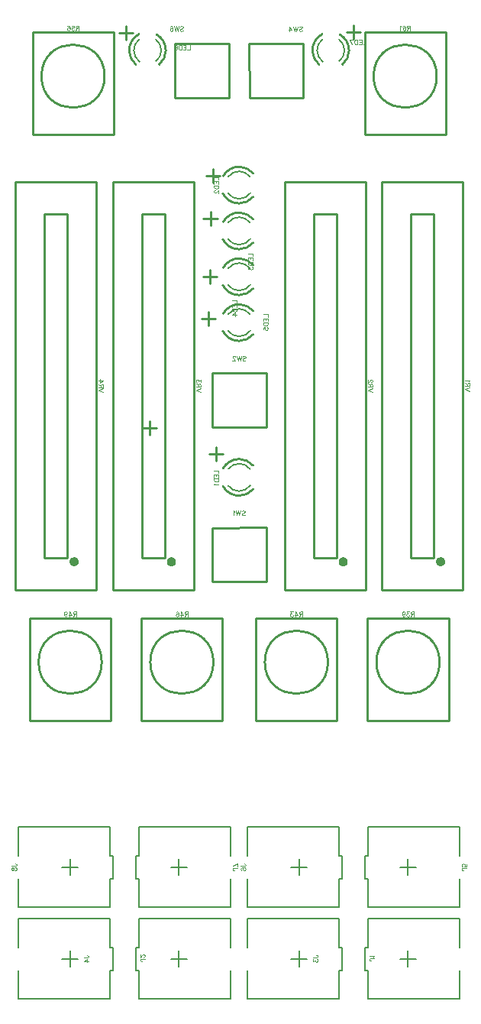
<source format=gbo>
G04 DipTrace 4.1.1.0*
G04 alps_final1.GBO*
%MOIN*%
G04 #@! TF.FileFunction,Legend,Bot*
G04 #@! TF.Part,Single*
%ADD10C,0.009843*%
%ADD17C,0.01*%
%ADD22C,0.005984*%
%ADD28C,0.006*%
%ADD100C,0.003088*%
%ADD103C,0.010807*%
%FSLAX26Y26*%
G04*
G70*
G90*
G75*
G01*
G04 BotSilk*
%LPD*%
X2125367Y629035D2*
D28*
Y559000D1*
X2160313Y594000D2*
X2090370D1*
X1950484Y543986D2*
Y419000D1*
Y644014D2*
Y769000D1*
X2350493Y644014D2*
Y769000D1*
Y543986D2*
Y419000D1*
X1950484D1*
Y769000D2*
X2350493D1*
X1950484Y644014D2*
D22*
X1938009D1*
Y543986D1*
X1950484D1*
X1125370Y629035D2*
D28*
Y559000D1*
X1160316Y594000D2*
X1090372D1*
X950487Y543986D2*
Y419000D1*
Y644014D2*
Y769000D1*
X1350496Y644014D2*
Y769000D1*
Y543986D2*
Y419000D1*
X950487D1*
Y769000D2*
X1350496D1*
X950487Y644014D2*
D22*
X938011D1*
Y543986D1*
X950487D1*
X1650609Y558965D2*
D28*
Y629000D1*
X1615662Y594000D2*
X1685606D1*
X1825492Y644014D2*
Y769000D1*
Y543986D2*
Y419000D1*
X1425483Y543986D2*
Y419000D1*
Y644014D2*
Y769000D1*
X1825492D1*
Y419000D2*
X1425483D1*
X1825492Y543986D2*
D22*
X1837967D1*
Y644014D1*
X1825492D1*
X650611Y558965D2*
D28*
Y629000D1*
X615665Y594000D2*
X685609D1*
X825494Y644014D2*
Y769000D1*
Y543986D2*
Y419000D1*
X425485Y543986D2*
Y419000D1*
Y644014D2*
Y769000D1*
X825494D1*
Y419000D2*
X425485D1*
X825494Y543986D2*
D22*
X837969D1*
Y644014D1*
X825494D1*
X2125366Y1029038D2*
D28*
X2125368Y959003D1*
X2160313Y994004D2*
X2090370Y994002D1*
X1950485Y943985D2*
X1950487Y819000D1*
X1950483Y1044014D2*
X1950481Y1169000D1*
X2350492Y1044022D2*
X2350490Y1169007D1*
X2350494Y943993D2*
X2350496Y819007D1*
X1950487Y819000D1*
X1950481Y1169000D2*
X2350490Y1169007D1*
X1950483Y1044014D2*
D22*
X1938008D1*
X1938010Y943985D1*
X1950485D1*
X1650609Y958961D2*
D28*
X1650608Y1028997D1*
X1615662Y993996D2*
X1685606Y993998D1*
X1825490Y1044016D2*
X1825487Y1169001D1*
X1825493Y943987D2*
X1825496Y819001D1*
X1425484Y943977D2*
X1425487Y818991D1*
X1425481Y1044005D2*
X1425478Y1168991D1*
X1825487Y1169001D1*
X1825496Y819001D2*
X1425487Y818991D1*
X1825493Y943987D2*
D22*
X1837968D1*
X1837966Y1044016D1*
X1825490D1*
X1125366Y1029038D2*
D28*
X1125368Y959003D1*
X1160313Y994004D2*
X1090370Y994002D1*
X950485Y943985D2*
X950487Y819000D1*
X950483Y1044014D2*
X950481Y1169000D1*
X1350492Y1044022D2*
X1350490Y1169007D1*
X1350494Y943993D2*
X1350496Y819007D1*
X950487Y819000D1*
X950481Y1169000D2*
X1350490Y1169007D1*
X950483Y1044014D2*
D22*
X938008D1*
X938010Y943985D1*
X950485D1*
X650609Y958961D2*
D28*
X650608Y1028997D1*
X615662Y993996D2*
X685606Y993998D1*
X825490Y1044016D2*
X825487Y1169001D1*
X825493Y943987D2*
X825496Y819001D1*
X425484Y943977D2*
X425487Y818991D1*
X425481Y1044005D2*
X425478Y1168991D1*
X825487Y1169001D1*
X825496Y819001D2*
X425487Y818991D1*
X825493Y943987D2*
D22*
X837968D1*
X837966Y1044016D1*
X825490D1*
X1387988Y2634000D2*
D28*
G03X1436811Y2659126I-4J60005D01*
G01*
X1339988Y2658000D2*
G03X1387988Y2634000I48000J36000D01*
G01*
Y2754000D2*
G02X1435350Y2730835I3J-59994D01*
G01*
X1340626D2*
G02X1387988Y2754000I47360J-36829D01*
G01*
Y2614000D2*
D17*
G03X1449445Y2642783I0J80002D01*
G01*
X1317401Y2656354D2*
G03X1387988Y2614000I70589J37646D01*
G01*
Y2774000D2*
G02X1449059Y2745677I2J-80000D01*
G01*
X1318527Y2733693D2*
G02X1387988Y2774000I69457J-39690D01*
G01*
Y3909000D2*
D28*
G03X1436811Y3934126I-4J60005D01*
G01*
X1339988Y3933000D2*
G03X1387988Y3909000I48000J36000D01*
G01*
Y4029000D2*
G02X1435350Y4005835I3J-59994D01*
G01*
X1340626D2*
G02X1387988Y4029000I47360J-36829D01*
G01*
Y3889000D2*
D17*
G03X1449445Y3917783I0J80002D01*
G01*
X1317401Y3931354D2*
G03X1387988Y3889000I70589J37646D01*
G01*
Y4049000D2*
G02X1449059Y4020677I2J-80000D01*
G01*
X1318527Y4008693D2*
G02X1387988Y4049000I69457J-39690D01*
G01*
Y3709000D2*
D28*
G03X1436811Y3734126I-4J60005D01*
G01*
X1339988Y3733000D2*
G03X1387988Y3709000I48000J36000D01*
G01*
Y3829000D2*
G02X1435350Y3805835I3J-59994D01*
G01*
X1340626D2*
G02X1387988Y3829000I47360J-36829D01*
G01*
Y3689000D2*
D17*
G03X1449445Y3717783I0J80002D01*
G01*
X1317401Y3731354D2*
G03X1387988Y3689000I70589J37646D01*
G01*
Y3849000D2*
G02X1449059Y3820677I2J-80000D01*
G01*
X1318527Y3808693D2*
G02X1387988Y3849000I69457J-39690D01*
G01*
Y3509000D2*
D28*
G03X1436811Y3534126I-4J60005D01*
G01*
X1339988Y3533000D2*
G03X1387988Y3509000I48000J36000D01*
G01*
Y3629000D2*
G02X1435350Y3605835I3J-59994D01*
G01*
X1340626D2*
G02X1387988Y3629000I47360J-36829D01*
G01*
Y3489000D2*
D17*
G03X1449445Y3517783I0J80002D01*
G01*
X1317401Y3531354D2*
G03X1387988Y3489000I70589J37646D01*
G01*
Y3649000D2*
G02X1449059Y3620677I2J-80000D01*
G01*
X1318527Y3608693D2*
G02X1387988Y3649000I69457J-39690D01*
G01*
Y3309000D2*
D28*
G03X1436811Y3334126I-4J60005D01*
G01*
X1339988Y3333000D2*
G03X1387988Y3309000I48000J36000D01*
G01*
Y3429000D2*
G02X1435350Y3405835I3J-59994D01*
G01*
X1340626D2*
G02X1387988Y3429000I47360J-36829D01*
G01*
Y3289000D2*
D17*
G03X1449445Y3317783I0J80002D01*
G01*
X1317401Y3331354D2*
G03X1387988Y3289000I70589J37646D01*
G01*
Y3449000D2*
G02X1449059Y3420677I2J-80000D01*
G01*
X1318527Y3408693D2*
G02X1387988Y3449000I69457J-39690D01*
G01*
X927988Y4556500D2*
D28*
G03X953114Y4507677I60005J4D01*
G01*
X951988Y4604500D2*
G03X927988Y4556500I36000J-48000D01*
G01*
X1047988D2*
G02X1024822Y4509138I-59994J-3D01*
G01*
Y4603862D2*
G02X1047988Y4556500I-36829J-47360D01*
G01*
X907988D2*
D17*
G03X936771Y4495043I80002J0D01*
G01*
X950342Y4627087D2*
G03X907988Y4556500I37646J-70589D01*
G01*
X1067988D2*
G02X1039665Y4495429I-80000J-2D01*
G01*
X1027681Y4625961D2*
G02X1067988Y4556500I-39690J-69457D01*
G01*
X1727988D2*
D28*
G03X1753114Y4507677I60005J4D01*
G01*
X1751988Y4604500D2*
G03X1727988Y4556500I36000J-48000D01*
G01*
X1847988D2*
G02X1824822Y4509138I-59994J-3D01*
G01*
Y4603862D2*
G02X1847988Y4556500I-36829J-47360D01*
G01*
X1707988D2*
D17*
G03X1736771Y4495043I80002J0D01*
G01*
X1750342Y4627087D2*
G03X1707988Y4556500I37646J-70589D01*
G01*
X1867988D2*
G02X1839665Y4495429I-80000J-2D01*
G01*
X1827681Y4625961D2*
G02X1867988Y4556500I-39690J-69457D01*
G01*
X1948354Y2078694D2*
D10*
Y1631818D1*
X2302622D1*
Y2078694D1*
X1948354D1*
X1987697Y1887753D2*
G02X1987697Y1887753I137768J0D01*
G01*
X1460854Y2078694D2*
Y1631818D1*
X1815122D1*
Y2078694D1*
X1460854D1*
X1500197Y1887753D2*
G02X1500197Y1887753I137768J0D01*
G01*
X960854Y2078694D2*
Y1631818D1*
X1315122D1*
Y2078694D1*
X960854D1*
X1000197Y1887753D2*
G02X1000197Y1887753I137768J0D01*
G01*
X473354Y2078694D2*
Y1631818D1*
X827622D1*
Y2078694D1*
X473354D1*
X512697Y1887753D2*
G02X512697Y1887753I137768J0D01*
G01*
X485854Y4634944D2*
Y4188067D1*
X840122D1*
Y4634944D1*
X485854D1*
X525197Y4444003D2*
G02X525197Y4444003I137768J0D01*
G01*
X1270069Y2238217D2*
X1506277Y2238575D1*
X1505906Y2474801D1*
X1269676Y2474378D1*
X1270069Y2238217D1*
X1505906Y3149783D2*
X1269699Y3149425D1*
X1270069Y2913199D1*
X1506300Y2913622D1*
X1505906Y3149783D1*
X1432569Y4350717D2*
X1668777Y4351075D1*
X1668406Y4587301D1*
X1432176Y4586878D1*
X1432569Y4350717D1*
X1107569D2*
X1343777Y4351075D1*
X1343406Y4587301D1*
X1107176Y4586878D1*
X1107569Y4350717D1*
X1935854Y4634944D2*
Y4188067D1*
X2290122D1*
Y4634944D1*
X1935854D1*
X1975197Y4444003D2*
G02X1975197Y4444003I137768J0D01*
G01*
X2365169Y2204192D2*
X2010807D1*
X2365169D2*
Y3983808D1*
X2010807Y2204192D2*
Y3983808D1*
X2365169D2*
X2010807D1*
X2238008Y3843930D2*
X2137968D1*
X2238008D2*
Y2344070D1*
X2137968D2*
X2238008D1*
X2137968D2*
Y3843930D1*
G36*
X2266727Y2346026D2*
Y2345594D1*
Y2344319D1*
Y2342253D1*
Y2339491D1*
Y2336150D1*
Y2332377D1*
Y2328337D1*
Y2324207D1*
Y2320168D1*
Y2316396D1*
Y2313055D1*
Y2310291D1*
Y2308227D1*
Y2306950D1*
Y2306518D1*
Y2306950D1*
Y2308227D1*
Y2310291D1*
Y2313055D1*
Y2316396D1*
Y2320168D1*
Y2324207D1*
Y2328337D1*
Y2332377D1*
Y2336150D1*
Y2339491D1*
Y2342253D1*
Y2344319D1*
Y2345594D1*
Y2346026D1*
G37*
G36*
X2247983Y2326323D2*
X2248151Y2328895D1*
X2248654Y2331423D1*
X2249482Y2333863D1*
X2250622Y2336175D1*
X2252054Y2338318D1*
X2253753Y2340255D1*
X2255691Y2341955D1*
X2257834Y2343387D1*
X2260145Y2344526D1*
X2262586Y2345355D1*
X2265114Y2345858D1*
X2267685Y2346026D1*
X2270257Y2345858D1*
X2272785Y2345355D1*
X2275225Y2344526D1*
X2277537Y2343387D1*
X2279680Y2341955D1*
X2281617Y2340255D1*
X2283317Y2338318D1*
X2284748Y2336175D1*
X2285888Y2333863D1*
X2286717Y2331423D1*
X2287220Y2328895D1*
X2287388Y2326323D1*
Y2326221D1*
X2287220Y2323649D1*
X2286717Y2321122D1*
X2285888Y2318681D1*
X2284748Y2316370D1*
X2283317Y2314227D1*
X2281617Y2312289D1*
X2279680Y2310590D1*
X2277537Y2309158D1*
X2275225Y2308018D1*
X2272785Y2307190D1*
X2270257Y2306687D1*
X2267685Y2306518D1*
X2265114Y2306687D1*
X2262586Y2307190D1*
X2260145Y2308018D1*
X2257834Y2309158D1*
X2255691Y2310590D1*
X2253753Y2312289D1*
X2252054Y2314227D1*
X2250622Y2316370D1*
X2249482Y2318681D1*
X2248654Y2321122D1*
X2248151Y2323649D1*
X2247983Y2326221D1*
Y2326323D1*
G37*
X1940169Y2204192D2*
D10*
X1585807D1*
X1940169D2*
Y3983808D1*
X1585807Y2204192D2*
Y3983808D1*
X1940169D2*
X1585807D1*
X1813008Y3843930D2*
X1712968D1*
X1813008D2*
Y2344070D1*
X1712968D2*
X1813008D1*
X1712968D2*
Y3843930D1*
G36*
X1841727Y2346026D2*
Y2345594D1*
Y2344319D1*
Y2342253D1*
Y2339491D1*
Y2336150D1*
Y2332377D1*
Y2328337D1*
Y2324207D1*
Y2320168D1*
Y2316396D1*
Y2313055D1*
Y2310291D1*
Y2308227D1*
Y2306950D1*
Y2306518D1*
Y2306950D1*
Y2308227D1*
Y2310291D1*
Y2313055D1*
Y2316396D1*
Y2320168D1*
Y2324207D1*
Y2328337D1*
Y2332377D1*
Y2336150D1*
Y2339491D1*
Y2342253D1*
Y2344319D1*
Y2345594D1*
Y2346026D1*
G37*
G36*
X1822983Y2326323D2*
X1823151Y2328895D1*
X1823654Y2331423D1*
X1824482Y2333863D1*
X1825622Y2336175D1*
X1827054Y2338318D1*
X1828753Y2340255D1*
X1830691Y2341955D1*
X1832834Y2343387D1*
X1835145Y2344526D1*
X1837586Y2345355D1*
X1840114Y2345858D1*
X1842685Y2346026D1*
X1845257Y2345858D1*
X1847785Y2345355D1*
X1850225Y2344526D1*
X1852537Y2343387D1*
X1854680Y2341955D1*
X1856617Y2340255D1*
X1858317Y2338318D1*
X1859748Y2336175D1*
X1860888Y2333863D1*
X1861717Y2331423D1*
X1862220Y2328895D1*
X1862388Y2326323D1*
Y2326221D1*
X1862220Y2323649D1*
X1861717Y2321122D1*
X1860888Y2318681D1*
X1859748Y2316370D1*
X1858317Y2314227D1*
X1856617Y2312289D1*
X1854680Y2310590D1*
X1852537Y2309158D1*
X1850225Y2308018D1*
X1847785Y2307190D1*
X1845257Y2306687D1*
X1842685Y2306518D1*
X1840114Y2306687D1*
X1837586Y2307190D1*
X1835145Y2308018D1*
X1832834Y2309158D1*
X1830691Y2310590D1*
X1828753Y2312289D1*
X1827054Y2314227D1*
X1825622Y2316370D1*
X1824482Y2318681D1*
X1823654Y2321122D1*
X1823151Y2323649D1*
X1822983Y2326221D1*
Y2326323D1*
G37*
X1190169Y2204192D2*
D10*
X835807D1*
X1190169D2*
Y3983808D1*
X835807Y2204192D2*
Y3983808D1*
X1190169D2*
X835807D1*
X1063008Y3843930D2*
X962968D1*
X1063008D2*
Y2344070D1*
X962968D2*
X1063008D1*
X962968D2*
Y3843930D1*
G36*
X1091727Y2346026D2*
Y2345594D1*
Y2344319D1*
Y2342253D1*
Y2339491D1*
Y2336150D1*
Y2332377D1*
Y2328337D1*
Y2324207D1*
Y2320168D1*
Y2316396D1*
Y2313055D1*
Y2310291D1*
Y2308227D1*
Y2306950D1*
Y2306518D1*
Y2306950D1*
Y2308227D1*
Y2310291D1*
Y2313055D1*
Y2316396D1*
Y2320168D1*
Y2324207D1*
Y2328337D1*
Y2332377D1*
Y2336150D1*
Y2339491D1*
Y2342253D1*
Y2344319D1*
Y2345594D1*
Y2346026D1*
G37*
G36*
X1072983Y2326323D2*
X1073151Y2328895D1*
X1073654Y2331423D1*
X1074482Y2333863D1*
X1075622Y2336175D1*
X1077054Y2338318D1*
X1078753Y2340255D1*
X1080691Y2341955D1*
X1082834Y2343387D1*
X1085145Y2344526D1*
X1087586Y2345355D1*
X1090114Y2345858D1*
X1092685Y2346026D1*
X1095257Y2345858D1*
X1097785Y2345355D1*
X1100225Y2344526D1*
X1102537Y2343387D1*
X1104680Y2341955D1*
X1106617Y2340255D1*
X1108317Y2338318D1*
X1109748Y2336175D1*
X1110888Y2333863D1*
X1111717Y2331423D1*
X1112220Y2328895D1*
X1112388Y2326323D1*
Y2326221D1*
X1112220Y2323649D1*
X1111717Y2321122D1*
X1110888Y2318681D1*
X1109748Y2316370D1*
X1108317Y2314227D1*
X1106617Y2312289D1*
X1104680Y2310590D1*
X1102537Y2309158D1*
X1100225Y2308018D1*
X1097785Y2307190D1*
X1095257Y2306687D1*
X1092685Y2306518D1*
X1090114Y2306687D1*
X1087586Y2307190D1*
X1085145Y2308018D1*
X1082834Y2309158D1*
X1080691Y2310590D1*
X1078753Y2312289D1*
X1077054Y2314227D1*
X1075622Y2316370D1*
X1074482Y2318681D1*
X1073654Y2321122D1*
X1073151Y2323649D1*
X1072983Y2326221D1*
Y2326323D1*
G37*
X765169Y2204192D2*
D10*
X410807D1*
X765169D2*
Y3983808D1*
X410807Y2204192D2*
Y3983808D1*
X765169D2*
X410807D1*
X638008Y3843930D2*
X537968D1*
X638008D2*
Y2344070D1*
X537968D2*
X638008D1*
X537968D2*
Y3843930D1*
G36*
X666727Y2346026D2*
Y2345594D1*
Y2344319D1*
Y2342253D1*
Y2339491D1*
Y2336150D1*
Y2332377D1*
Y2328337D1*
Y2324207D1*
Y2320168D1*
Y2316396D1*
Y2313055D1*
Y2310291D1*
Y2308227D1*
Y2306950D1*
Y2306518D1*
Y2306950D1*
Y2308227D1*
Y2310291D1*
Y2313055D1*
Y2316396D1*
Y2320168D1*
Y2324207D1*
Y2328337D1*
Y2332377D1*
Y2336150D1*
Y2339491D1*
Y2342253D1*
Y2344319D1*
Y2345594D1*
Y2346026D1*
G37*
G36*
X647983Y2326323D2*
X648151Y2328895D1*
X648654Y2331423D1*
X649482Y2333863D1*
X650622Y2336175D1*
X652054Y2338318D1*
X653753Y2340255D1*
X655691Y2341955D1*
X657834Y2343387D1*
X660145Y2344526D1*
X662586Y2345355D1*
X665114Y2345858D1*
X667685Y2346026D1*
X670257Y2345858D1*
X672785Y2345355D1*
X675225Y2344526D1*
X677537Y2343387D1*
X679680Y2341955D1*
X681617Y2340255D1*
X683317Y2338318D1*
X684748Y2336175D1*
X685888Y2333863D1*
X686717Y2331423D1*
X687220Y2328895D1*
X687388Y2326323D1*
Y2326221D1*
X687220Y2323649D1*
X686717Y2321122D1*
X685888Y2318681D1*
X684748Y2316370D1*
X683317Y2314227D1*
X681617Y2312289D1*
X679680Y2310590D1*
X677537Y2309158D1*
X675225Y2308018D1*
X672785Y2307190D1*
X670257Y2306687D1*
X667685Y2306518D1*
X665114Y2306687D1*
X662586Y2307190D1*
X660145Y2308018D1*
X657834Y2309158D1*
X655691Y2310590D1*
X653753Y2312289D1*
X652054Y2314227D1*
X650622Y2316370D1*
X649482Y2318681D1*
X648654Y2321122D1*
X648151Y2323649D1*
X647983Y2326221D1*
Y2326323D1*
G37*
X1274940Y4039385D2*
D103*
Y3979108D1*
X1305040Y4009208D2*
X1244763D1*
X1287440Y2826885D2*
Y2766608D1*
X1317540Y2796708D2*
X1257263D1*
X1262440Y3851885D2*
Y3791608D1*
X1292540Y3821708D2*
X1232263D1*
X1261344Y3601108D2*
Y3540831D1*
X1291444Y3570931D2*
X1231167D1*
X895428Y4662545D2*
Y4602268D1*
X925528Y4632368D2*
X865251D1*
X1887940Y4665270D2*
Y4604993D1*
X1918040Y4635093D2*
X1857763D1*
X1253417Y3416650D2*
Y3356373D1*
X1283516Y3386473D2*
X1223239D1*
X997199Y2939363D2*
Y2879086D1*
X1027298Y2909186D2*
X967022D1*
X1977232Y595081D2*
D100*
X1961934D1*
X1959060Y594130D1*
X1958109Y593157D1*
X1957136Y591256D1*
Y589333D1*
X1958109Y587431D1*
X1959060Y586481D1*
X1961934Y585508D1*
X1963835D1*
X1973386Y601256D2*
X1974358Y603180D1*
X1977210Y606054D1*
X1957136D1*
X976087Y593959D2*
X960788D1*
X957914Y593009D1*
X956964Y592036D1*
X955991Y590134D1*
Y588211D1*
X956964Y586310D1*
X957914Y585359D1*
X960788Y584386D1*
X962689D1*
X971289Y601108D2*
X972240D1*
X974163Y602058D1*
X975114Y603009D1*
X976065Y604932D1*
Y608757D1*
X975114Y610658D1*
X974163Y611609D1*
X972240Y612582D1*
X970339D1*
X968415Y611609D1*
X965563Y609708D1*
X955991Y600135D1*
Y613532D1*
X1711850Y600534D2*
X1727148D1*
X1730022Y601485D1*
X1730973Y602458D1*
X1731946Y604359D1*
Y606282D1*
X1730973Y608184D1*
X1730022Y609134D1*
X1727148Y610107D1*
X1725247D1*
X1711872Y592435D2*
Y581934D1*
X1719521Y587660D1*
Y584786D1*
X1720472Y582885D1*
X1721422Y581934D1*
X1724296Y580961D1*
X1726198D1*
X1729072Y581934D1*
X1730995Y583835D1*
X1731946Y586709D1*
Y589583D1*
X1730995Y592435D1*
X1730022Y593386D1*
X1728121Y594359D1*
X709709Y599091D2*
X725008D1*
X727882Y600042D1*
X728832Y601014D1*
X729805Y602916D1*
Y604839D1*
X728832Y606740D1*
X727882Y607691D1*
X725008Y608664D1*
X723106D1*
X729805Y583343D2*
X709731D1*
X723106Y592915D1*
Y578567D1*
X2380277Y989008D2*
X2364979Y989007D1*
X2362105Y988057D1*
X2361154Y987084D1*
X2360181Y985183D1*
Y983259D1*
X2361154Y981358D1*
X2362105Y980407D1*
X2364979Y979435D1*
X2366880D1*
X2380255Y1006657D2*
Y997107D1*
X2371655Y996156D1*
X2372606Y997106D1*
X2373578Y999981D1*
Y1002832D1*
X2372605Y1005706D1*
X2370704Y1007630D1*
X2367830Y1008580D1*
X2365929D1*
X2363055Y1007630D1*
X2361131Y1005706D1*
X2360181Y1002832D1*
Y999980D1*
X2361132Y997106D1*
X2362104Y996156D1*
X2364006Y995183D1*
X1395699Y998504D2*
X1410997D1*
X1413871Y999455D1*
X1414822Y1000428D1*
X1415794Y1002329D1*
Y1004253D1*
X1414822Y1006154D1*
X1413871Y1007104D1*
X1410997Y1008077D1*
X1409096D1*
X1398573Y980854D2*
X1396672Y981805D1*
X1395721Y984679D1*
Y986580D1*
X1396671Y989454D1*
X1399545Y991378D1*
X1404321Y992329D1*
X1409096D1*
X1412921Y991378D1*
X1414844Y989455D1*
X1415795Y986581D1*
Y985630D1*
X1414844Y982778D1*
X1412921Y980855D1*
X1410047Y979904D1*
X1409096D1*
X1406222Y980855D1*
X1404321Y982778D1*
X1403370Y985630D1*
Y986581D1*
X1404321Y989455D1*
X1406222Y991378D1*
X1409096Y992329D1*
X1380277Y989008D2*
X1364979Y989007D1*
X1362105Y988057D1*
X1361154Y987084D1*
X1360181Y985183D1*
Y983259D1*
X1361154Y981358D1*
X1362105Y980407D1*
X1364979Y979435D1*
X1366880D1*
X1360181Y999008D2*
X1380255Y1008581D1*
Y995183D1*
X395698Y998979D2*
X410997Y998980D1*
X413871Y999930D1*
X414822Y1000903D1*
X415794Y1002805D1*
Y1004728D1*
X414822Y1006629D1*
X413871Y1007580D1*
X410997Y1008552D1*
X409096D1*
X395721Y988028D2*
X396671Y990880D1*
X398573Y991853D1*
X400496D1*
X402397Y990880D1*
X403370Y988979D1*
X404321Y985155D1*
X405272Y982281D1*
X407195Y980379D1*
X409096Y979429D1*
X411970D1*
X413872Y980380D1*
X414844Y981330D1*
X415795Y984204D1*
Y988029D1*
X414844Y990881D1*
X413871Y991854D1*
X411970Y992804D1*
X409096D1*
X407195Y991853D1*
X405271Y989930D1*
X404321Y987078D1*
X403370Y983253D1*
X402398Y981330D1*
X400496Y980379D1*
X398573D1*
X396672Y981330D1*
X395721Y984204D1*
Y988028D1*
X1278699Y2724310D2*
X1298795D1*
Y2712836D1*
X1278699Y2694236D2*
Y2706661D1*
X1298795D1*
Y2694236D1*
X1288271Y2706661D2*
Y2699011D1*
X1278699Y2688060D2*
X1298795D1*
Y2681362D1*
X1297822Y2678488D1*
X1295921Y2676564D1*
X1293997Y2675614D1*
X1291145Y2674663D1*
X1286348D1*
X1283474Y2675614D1*
X1281573Y2676564D1*
X1279649Y2678488D1*
X1278699Y2681362D1*
Y2688060D1*
X1282545Y2668487D2*
X1281573Y2666564D1*
X1278721Y2663690D1*
X1298795D1*
X1278699Y4003610D2*
X1298795D1*
Y3992136D1*
X1278699Y3973536D2*
Y3985961D1*
X1298795D1*
Y3973536D1*
X1288271Y3985961D2*
Y3978311D1*
X1278699Y3967360D2*
X1298795D1*
Y3960662D1*
X1297822Y3957788D1*
X1295921Y3955864D1*
X1293997Y3954914D1*
X1291145Y3953963D1*
X1286348D1*
X1283474Y3954914D1*
X1281573Y3955864D1*
X1279649Y3957788D1*
X1278699Y3960662D1*
Y3967360D1*
X1283496Y3946814D2*
X1282545D1*
X1280622Y3945864D1*
X1279671Y3944913D1*
X1278721Y3942990D1*
Y3939165D1*
X1279671Y3937264D1*
X1280622Y3936313D1*
X1282545Y3935340D1*
X1284447D1*
X1286370Y3936313D1*
X1289222Y3938214D1*
X1298795Y3947787D1*
Y3934390D1*
X1426755Y3670358D2*
X1446851D1*
Y3658884D1*
X1426755Y3640284D2*
Y3652709D1*
X1446851D1*
Y3640284D1*
X1436328Y3652709D2*
Y3645059D1*
X1426755Y3634108D2*
X1446851D1*
Y3627410D1*
X1445878Y3624536D1*
X1443977Y3622612D1*
X1442054Y3621662D1*
X1439202Y3620711D1*
X1434404D1*
X1431530Y3621662D1*
X1429629Y3622612D1*
X1427706Y3624536D1*
X1426755Y3627410D1*
Y3634108D1*
X1426777Y3612612D2*
Y3602111D1*
X1434426Y3607837D1*
Y3604963D1*
X1435377Y3603061D1*
X1436328Y3602111D1*
X1439202Y3601138D1*
X1441103D1*
X1443977Y3602111D1*
X1445900Y3604012D1*
X1446851Y3606886D1*
Y3609760D1*
X1445900Y3612612D1*
X1444928Y3613562D1*
X1443026Y3614535D1*
X1358679Y3467108D2*
X1378775D1*
Y3455634D1*
X1358679Y3437034D2*
Y3449458D1*
X1378775D1*
Y3437034D1*
X1368252Y3449458D2*
Y3441809D1*
X1358679Y3430858D2*
X1378775D1*
Y3424159D1*
X1377802Y3421285D1*
X1375901Y3419362D1*
X1373978Y3418411D1*
X1371126Y3417461D1*
X1366328D1*
X1363454Y3418411D1*
X1361553Y3419362D1*
X1359630Y3421285D1*
X1358679Y3424159D1*
Y3430858D1*
X1378775Y3401712D2*
X1358701D1*
X1372076Y3411285D1*
Y3396937D1*
X1492899Y3405449D2*
X1512995D1*
Y3393975D1*
X1492899Y3375374D2*
Y3387799D1*
X1512995D1*
Y3375374D1*
X1502472Y3387799D2*
Y3380150D1*
X1492899Y3369199D2*
X1512995D1*
Y3362500D1*
X1512023Y3359626D1*
X1510121Y3357703D1*
X1508198Y3356752D1*
X1505346Y3355801D1*
X1500549D1*
X1497675Y3356752D1*
X1495773Y3357703D1*
X1493850Y3359626D1*
X1492899Y3362500D1*
Y3369199D1*
X1492922Y3338152D2*
Y3347702D1*
X1501521Y3348653D1*
X1500571Y3347702D1*
X1499598Y3344828D1*
Y3341976D1*
X1500571Y3339102D1*
X1502472Y3337179D1*
X1505346Y3336228D1*
X1507247D1*
X1510121Y3337179D1*
X1512045Y3339102D1*
X1512995Y3341976D1*
Y3344828D1*
X1512045Y3347702D1*
X1511072Y3348653D1*
X1509171Y3349626D1*
X1173025Y4579108D2*
Y4559012D1*
X1161551D1*
X1142951Y4579108D2*
X1155375D1*
Y4559012D1*
X1142951D1*
X1155375Y4569535D2*
X1147726D1*
X1136775Y4579108D2*
Y4559012D1*
X1130076D1*
X1127202Y4559985D1*
X1125279Y4561886D1*
X1124328Y4563810D1*
X1123378Y4566661D1*
Y4571459D1*
X1124328Y4574333D1*
X1125279Y4576234D1*
X1127202Y4578157D1*
X1130076Y4579108D1*
X1136775D1*
X1105728Y4576234D2*
X1106679Y4578135D1*
X1109553Y4579086D1*
X1111454D1*
X1114328Y4578135D1*
X1116251Y4575261D1*
X1117202Y4570486D1*
Y4565711D1*
X1116251Y4561886D1*
X1114328Y4559963D1*
X1111454Y4559012D1*
X1110503D1*
X1107651Y4559963D1*
X1105728Y4561886D1*
X1104777Y4564760D1*
Y4565711D1*
X1105728Y4568585D1*
X1107651Y4570486D1*
X1110503Y4571437D1*
X1111454D1*
X1114328Y4570486D1*
X1116251Y4568585D1*
X1117202Y4565711D1*
X1940573Y4603434D2*
Y4583338D1*
X1929099D1*
X1910499Y4603434D2*
X1922923D1*
Y4583338D1*
X1910499D1*
X1922923Y4593861D2*
X1915274D1*
X1904323Y4603434D2*
Y4583338D1*
X1897624D1*
X1894750Y4584310D1*
X1892827Y4586212D1*
X1891876Y4588135D1*
X1890926Y4590987D1*
Y4595784D1*
X1891876Y4598658D1*
X1892827Y4600560D1*
X1894750Y4602483D1*
X1897624Y4603434D1*
X1904323D1*
X1880925Y4583338D2*
X1871353Y4603411D1*
X1884750D1*
X2151284Y2098411D2*
X2142684D1*
X2139810Y2099384D1*
X2138838Y2100334D1*
X2137887Y2102235D1*
Y2104159D1*
X2138838Y2106060D1*
X2139810Y2107033D1*
X2142684Y2107983D1*
X2151284D1*
Y2087887D1*
X2144586Y2098411D2*
X2137887Y2087887D1*
X2129788Y2107961D2*
X2119287D1*
X2125013Y2100312D1*
X2122139D1*
X2120237Y2099361D1*
X2119287Y2098411D1*
X2118314Y2095537D1*
Y2093635D1*
X2119287Y2090761D1*
X2121188Y2088838D1*
X2124062Y2087887D1*
X2126936D1*
X2129788Y2088838D1*
X2130738Y2089811D1*
X2131711Y2091712D1*
X2099691Y2101285D2*
X2100664Y2098411D1*
X2102565Y2096487D1*
X2105439Y2095537D1*
X2106390D1*
X2109264Y2096487D1*
X2111165Y2098411D1*
X2112138Y2101285D1*
Y2102235D1*
X2111165Y2105109D1*
X2109264Y2107011D1*
X2106390Y2107961D1*
X2105439D1*
X2102565Y2107011D1*
X2100664Y2105109D1*
X2099691Y2101285D1*
Y2096487D1*
X2100664Y2091712D1*
X2102565Y2088838D1*
X2105439Y2087887D1*
X2107341D1*
X2110215Y2088838D1*
X2111165Y2090761D1*
X1664735Y2098411D2*
X1656135D1*
X1653261Y2099384D1*
X1652288Y2100334D1*
X1651338Y2102235D1*
Y2104159D1*
X1652288Y2106060D1*
X1653261Y2107033D1*
X1656135Y2107983D1*
X1664735D1*
Y2087887D1*
X1658036Y2098411D2*
X1651338Y2087887D1*
X1635589D2*
Y2107961D1*
X1645162Y2094586D1*
X1630814D1*
X1622715Y2107961D2*
X1612214D1*
X1617939Y2100312D1*
X1615065D1*
X1613164Y2099361D1*
X1612214Y2098411D1*
X1611241Y2095537D1*
Y2093635D1*
X1612214Y2090761D1*
X1614115Y2088838D1*
X1616989Y2087887D1*
X1619863D1*
X1622715Y2088838D1*
X1623665Y2089811D1*
X1624638Y2091712D1*
X1164248Y2098411D2*
X1155649D1*
X1152775Y2099384D1*
X1151802Y2100334D1*
X1150851Y2102235D1*
Y2104159D1*
X1151802Y2106060D1*
X1152775Y2107033D1*
X1155649Y2107983D1*
X1164248D1*
Y2087887D1*
X1157550Y2098411D2*
X1150851Y2087887D1*
X1135103D2*
Y2107961D1*
X1144675Y2094586D1*
X1130327D1*
X1112678Y2105109D2*
X1113628Y2107011D1*
X1116502Y2107961D1*
X1118404D1*
X1121278Y2107011D1*
X1123201Y2104137D1*
X1124152Y2099361D1*
Y2094586D1*
X1123201Y2090761D1*
X1121278Y2088838D1*
X1118404Y2087887D1*
X1117453D1*
X1114601Y2088838D1*
X1112678Y2090761D1*
X1111727Y2093635D1*
Y2094586D1*
X1112678Y2097460D1*
X1114601Y2099361D1*
X1117453Y2100312D1*
X1118404D1*
X1121278Y2099361D1*
X1123201Y2097460D1*
X1124152Y2094586D1*
X676760Y2098411D2*
X668160D1*
X665286Y2099384D1*
X664313Y2100334D1*
X663362Y2102235D1*
Y2104159D1*
X664313Y2106060D1*
X665286Y2107033D1*
X668160Y2107983D1*
X676760D1*
Y2087887D1*
X670061Y2098411D2*
X663362Y2087887D1*
X647614D2*
Y2107961D1*
X657187Y2094586D1*
X642839D1*
X624216Y2101285D2*
X625189Y2098411D1*
X627090Y2096487D1*
X629964Y2095537D1*
X630915D1*
X633789Y2096487D1*
X635690Y2098411D1*
X636663Y2101285D1*
Y2102235D1*
X635690Y2105109D1*
X633789Y2107011D1*
X630915Y2107961D1*
X629964D1*
X627090Y2107011D1*
X625189Y2105109D1*
X624216Y2101285D1*
Y2096487D1*
X625189Y2091712D1*
X627090Y2088838D1*
X629964Y2087887D1*
X631865D1*
X634739Y2088838D1*
X635690Y2090761D1*
X688773Y4654660D2*
X680173D1*
X677299Y4655633D1*
X676326Y4656583D1*
X675376Y4658485D1*
Y4660408D1*
X676326Y4662309D1*
X677299Y4663282D1*
X680173Y4664233D1*
X688773D1*
Y4644137D1*
X682075Y4654660D2*
X675376Y4644137D1*
X657726Y4664211D2*
X667277D1*
X668227Y4655611D1*
X667277Y4656561D1*
X664403Y4657534D1*
X661551D1*
X658677Y4656561D1*
X656753Y4654660D1*
X655803Y4651786D1*
Y4649885D1*
X656753Y4647011D1*
X658677Y4645087D1*
X661551Y4644137D1*
X664403D1*
X667277Y4645087D1*
X668227Y4646060D1*
X669200Y4647961D1*
X638153Y4661359D2*
X639104Y4663260D1*
X641978Y4664211D1*
X643879D1*
X646753Y4663260D1*
X648676Y4660386D1*
X649627Y4655611D1*
Y4650835D1*
X648676Y4647011D1*
X646753Y4645087D1*
X643879Y4644137D1*
X642928D1*
X640077Y4645087D1*
X638153Y4647011D1*
X637203Y4649885D1*
Y4650835D1*
X638153Y4653709D1*
X640077Y4655611D1*
X642928Y4656561D1*
X643879D1*
X646753Y4655611D1*
X648676Y4653709D1*
X649627Y4650835D1*
X1399436Y2545515D2*
X1401338Y2547438D1*
X1404212Y2548389D1*
X1408036D1*
X1410910Y2547438D1*
X1412834Y2545515D1*
Y2543614D1*
X1411861Y2541690D1*
X1410910Y2540740D1*
X1409009Y2539789D1*
X1403261Y2537866D1*
X1401338Y2536915D1*
X1400387Y2535942D1*
X1399436Y2534041D1*
Y2531167D1*
X1401338Y2529266D1*
X1404212Y2528293D1*
X1408036D1*
X1410910Y2529266D1*
X1412834Y2531167D1*
X1393261Y2548389D2*
X1388463Y2528293D1*
X1383688Y2548389D1*
X1378913Y2528293D1*
X1374115Y2548389D1*
X1367939Y2544542D2*
X1366016Y2545515D1*
X1363142Y2548367D1*
Y2528293D1*
X1403736Y3220562D2*
X1405638Y3222486D1*
X1408512Y3223436D1*
X1412336D1*
X1415210Y3222486D1*
X1417134Y3220562D1*
Y3218661D1*
X1416161Y3216738D1*
X1415210Y3215787D1*
X1413309Y3214836D1*
X1407561Y3212913D1*
X1405638Y3211962D1*
X1404687Y3210990D1*
X1403736Y3209088D1*
Y3206214D1*
X1405638Y3204313D1*
X1408512Y3203340D1*
X1412336D1*
X1415210Y3204313D1*
X1417134Y3206214D1*
X1397561Y3223436D2*
X1392763Y3203340D1*
X1387988Y3223436D1*
X1383213Y3203340D1*
X1378415Y3223436D1*
X1371267Y3218639D2*
Y3219589D1*
X1370316Y3221513D1*
X1369365Y3222463D1*
X1367442Y3223414D1*
X1363617D1*
X1361716Y3222463D1*
X1360766Y3221513D1*
X1359793Y3219589D1*
Y3217688D1*
X1360766Y3215765D1*
X1362667Y3212913D1*
X1372239Y3203340D1*
X1358842D1*
X1649647Y4658079D2*
X1651549Y4660003D1*
X1654423Y4660953D1*
X1658247D1*
X1661121Y4660003D1*
X1663045Y4658079D1*
Y4656178D1*
X1662072Y4654255D1*
X1661121Y4653304D1*
X1659220Y4652353D1*
X1653472Y4650430D1*
X1651549Y4649479D1*
X1650598Y4648507D1*
X1649647Y4646605D1*
Y4643731D1*
X1651549Y4641830D1*
X1654423Y4640857D1*
X1658247D1*
X1661121Y4641830D1*
X1663045Y4643731D1*
X1643472Y4660953D2*
X1638674Y4640857D1*
X1633899Y4660953D1*
X1629124Y4640857D1*
X1624326Y4660953D1*
X1608578Y4640857D2*
Y4660931D1*
X1618150Y4647556D1*
X1603803D1*
X1130087Y4658486D2*
X1131988Y4660409D1*
X1134862Y4661360D1*
X1138687D1*
X1141561Y4660409D1*
X1143484Y4658486D1*
Y4656585D1*
X1142512Y4654661D1*
X1141561Y4653711D1*
X1139660Y4652760D1*
X1133912Y4650837D1*
X1131988Y4649886D1*
X1131038Y4648913D1*
X1130087Y4647012D1*
Y4644138D1*
X1131988Y4642237D1*
X1134862Y4641264D1*
X1138687D1*
X1141561Y4642237D1*
X1143484Y4644138D1*
X1123911Y4661360D2*
X1119114Y4641264D1*
X1114339Y4661360D1*
X1109563Y4641264D1*
X1104766Y4661360D1*
X1087116Y4658486D2*
X1088067Y4660387D1*
X1090941Y4661338D1*
X1092842D1*
X1095716Y4660387D1*
X1097640Y4657513D1*
X1098590Y4652738D1*
Y4647963D1*
X1097640Y4644138D1*
X1095716Y4642215D1*
X1092842Y4641264D1*
X1091892D1*
X1089040Y4642215D1*
X1087116Y4644138D1*
X1086166Y4647012D1*
Y4647963D1*
X1087116Y4650837D1*
X1089040Y4652738D1*
X1091892Y4653689D1*
X1092842D1*
X1095716Y4652738D1*
X1097640Y4650837D1*
X1098590Y4647963D1*
X2134473Y4654660D2*
X2125873D1*
X2122999Y4655633D1*
X2122027Y4656583D1*
X2121076Y4658485D1*
Y4660408D1*
X2122027Y4662309D1*
X2122999Y4663282D1*
X2125873Y4664233D1*
X2134473D1*
Y4644137D1*
X2127775Y4654660D2*
X2121076Y4644137D1*
X2103426Y4661359D2*
X2104377Y4663260D1*
X2107251Y4664211D1*
X2109152D1*
X2112026Y4663260D1*
X2113950Y4660386D1*
X2114900Y4655611D1*
Y4650835D1*
X2113950Y4647011D1*
X2112026Y4645087D1*
X2109152Y4644137D1*
X2108202D1*
X2105350Y4645087D1*
X2103426Y4647011D1*
X2102476Y4649885D1*
Y4650835D1*
X2103426Y4653709D1*
X2105350Y4655611D1*
X2108202Y4656561D1*
X2109152D1*
X2112026Y4655611D1*
X2113950Y4653709D1*
X2114900Y4650835D1*
X2096300Y4660386D2*
X2094377Y4661359D1*
X2091502Y4664211D1*
Y4644137D1*
X2394777Y3071078D2*
X2374681Y3078727D1*
X2394777Y3086376D1*
X2385204Y3092552D2*
Y3101152D1*
X2386177Y3104026D1*
X2387128Y3104999D1*
X2389029Y3105949D1*
X2390952D1*
X2392854Y3104999D1*
X2393826Y3104026D1*
X2394777Y3101152D1*
Y3092552D1*
X2374681D1*
X2385204Y3099251D2*
X2374681Y3105949D1*
X2390930Y3112125D2*
X2391903Y3114048D1*
X2394755Y3116922D1*
X2374681D1*
X1969777Y3066778D2*
X1949681Y3074427D1*
X1969777Y3082076D1*
X1960204Y3088252D2*
Y3096852D1*
X1961177Y3099726D1*
X1962128Y3100699D1*
X1964029Y3101649D1*
X1965952D1*
X1967854Y3100699D1*
X1968826Y3099726D1*
X1969777Y3096852D1*
Y3088252D1*
X1949681D1*
X1960204Y3094951D2*
X1949681Y3101649D1*
X1964980Y3108798D2*
X1965930D1*
X1967854Y3109748D1*
X1968804Y3110699D1*
X1969755Y3112622D1*
Y3116447D1*
X1968804Y3118348D1*
X1967854Y3119299D1*
X1965930Y3120272D1*
X1964029D1*
X1962106Y3119299D1*
X1959254Y3117398D1*
X1949681Y3107825D1*
Y3121222D1*
X1219777Y3066778D2*
X1199681Y3074427D1*
X1219777Y3082076D1*
X1210204Y3088252D2*
Y3096852D1*
X1211177Y3099726D1*
X1212128Y3100699D1*
X1214029Y3101649D1*
X1215952D1*
X1217854Y3100699D1*
X1218826Y3099726D1*
X1219777Y3096852D1*
Y3088252D1*
X1199681D1*
X1210204Y3094951D2*
X1199681Y3101649D1*
X1219755Y3109748D2*
Y3120250D1*
X1212106Y3114524D1*
Y3117398D1*
X1211155Y3119299D1*
X1210204Y3120250D1*
X1207330Y3121222D1*
X1205429D1*
X1202555Y3120250D1*
X1200632Y3118348D1*
X1199681Y3115474D1*
Y3112600D1*
X1200632Y3109748D1*
X1201604Y3108798D1*
X1203506Y3107825D1*
X794777Y3066302D2*
X774681Y3073952D1*
X794777Y3081601D1*
X785204Y3087777D2*
Y3096377D1*
X786177Y3099251D1*
X787128Y3100223D1*
X789029Y3101174D1*
X790952D1*
X792854Y3100223D1*
X793826Y3099251D1*
X794777Y3096377D1*
Y3087777D1*
X774681D1*
X785204Y3094475D2*
X774681Y3101174D1*
Y3116922D2*
X794755D1*
X781380Y3107350D1*
Y3121698D1*
M02*

</source>
